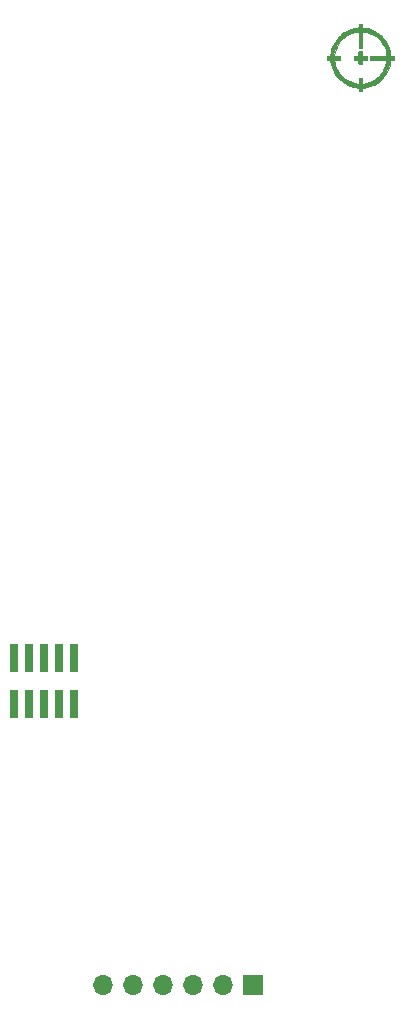
<source format=gbr>
G04 #@! TF.GenerationSoftware,KiCad,Pcbnew,(6.0.1-0)*
G04 #@! TF.CreationDate,2022-10-06T15:49:35-04:00*
G04 #@! TF.ProjectId,mobo,6d6f626f-2e6b-4696-9361-645f70636258,rev?*
G04 #@! TF.SameCoordinates,Original*
G04 #@! TF.FileFunction,Soldermask,Bot*
G04 #@! TF.FilePolarity,Negative*
%FSLAX46Y46*%
G04 Gerber Fmt 4.6, Leading zero omitted, Abs format (unit mm)*
G04 Created by KiCad (PCBNEW (6.0.1-0)) date 2022-10-06 15:49:35*
%MOMM*%
%LPD*%
G01*
G04 APERTURE LIST*
%ADD10C,0.010000*%
%ADD11R,1.700000X1.700000*%
%ADD12O,1.700000X1.700000*%
%ADD13R,0.740000X2.400000*%
G04 APERTURE END LIST*
D10*
X124627561Y-38157805D02*
X124623611Y-38337722D01*
X124623611Y-38337722D02*
X124443695Y-38341671D01*
X124443695Y-38341671D02*
X124263778Y-38345621D01*
X124263778Y-38345621D02*
X124263778Y-38668490D01*
X124263778Y-38668490D02*
X124443695Y-38672439D01*
X124443695Y-38672439D02*
X124623611Y-38676389D01*
X124623611Y-38676389D02*
X124627561Y-38856305D01*
X124627561Y-38856305D02*
X124631510Y-39036222D01*
X124631510Y-39036222D02*
X124954379Y-39036222D01*
X124954379Y-39036222D02*
X124958329Y-38856305D01*
X124958329Y-38856305D02*
X124962278Y-38676389D01*
X124962278Y-38676389D02*
X125142195Y-38672439D01*
X125142195Y-38672439D02*
X125322111Y-38668490D01*
X125322111Y-38668490D02*
X125322111Y-38345621D01*
X125322111Y-38345621D02*
X125142195Y-38341671D01*
X125142195Y-38341671D02*
X124962278Y-38337722D01*
X124962278Y-38337722D02*
X124958329Y-38157805D01*
X124958329Y-38157805D02*
X124954379Y-37977889D01*
X124954379Y-37977889D02*
X124631510Y-37977889D01*
X124631510Y-37977889D02*
X124627561Y-38157805D01*
X124627561Y-38157805D02*
X124627561Y-38157805D01*
G36*
X124958329Y-38157805D02*
G01*
X124962278Y-38337722D01*
X125142195Y-38341671D01*
X125322111Y-38345621D01*
X125322111Y-38668490D01*
X125142195Y-38672439D01*
X124962278Y-38676389D01*
X124958329Y-38856305D01*
X124954379Y-39036222D01*
X124631510Y-39036222D01*
X124627561Y-38856305D01*
X124623611Y-38676389D01*
X124443695Y-38672439D01*
X124263778Y-38668490D01*
X124263778Y-38345621D01*
X124443695Y-38341671D01*
X124623611Y-38337722D01*
X124627561Y-38157805D01*
X124631510Y-37977889D01*
X124954379Y-37977889D01*
X124958329Y-38157805D01*
G37*
X124958329Y-38157805D02*
X124962278Y-38337722D01*
X125142195Y-38341671D01*
X125322111Y-38345621D01*
X125322111Y-38668490D01*
X125142195Y-38672439D01*
X124962278Y-38676389D01*
X124958329Y-38856305D01*
X124954379Y-39036222D01*
X124631510Y-39036222D01*
X124627561Y-38856305D01*
X124623611Y-38676389D01*
X124443695Y-38672439D01*
X124263778Y-38668490D01*
X124263778Y-38345621D01*
X124443695Y-38341671D01*
X124623611Y-38337722D01*
X124627561Y-38157805D01*
X124631510Y-37977889D01*
X124954379Y-37977889D01*
X124958329Y-38157805D01*
X124630667Y-35956102D02*
X124536131Y-35965788D01*
X124536131Y-35965788D02*
X124277040Y-36006461D01*
X124277040Y-36006461D02*
X124021730Y-36075028D01*
X124021730Y-36075028D02*
X123770021Y-36171540D01*
X123770021Y-36171540D02*
X123649945Y-36228050D01*
X123649945Y-36228050D02*
X123507326Y-36303651D01*
X123507326Y-36303651D02*
X123380466Y-36381262D01*
X123380466Y-36381262D02*
X123262187Y-36466129D01*
X123262187Y-36466129D02*
X123145309Y-36563492D01*
X123145309Y-36563492D02*
X123022655Y-36678597D01*
X123022655Y-36678597D02*
X122993446Y-36707557D01*
X122993446Y-36707557D02*
X122873614Y-36832508D01*
X122873614Y-36832508D02*
X122772706Y-36950062D01*
X122772706Y-36950062D02*
X122685478Y-37067398D01*
X122685478Y-37067398D02*
X122606688Y-37191694D01*
X122606688Y-37191694D02*
X122531091Y-37330130D01*
X122531091Y-37330130D02*
X122513939Y-37364055D01*
X122513939Y-37364055D02*
X122403939Y-37614092D01*
X122403939Y-37614092D02*
X122321911Y-37867644D01*
X122321911Y-37867644D02*
X122267801Y-38124891D01*
X122267801Y-38124891D02*
X122251677Y-38250241D01*
X122251677Y-38250241D02*
X122241992Y-38344778D01*
X122241992Y-38344778D02*
X121949556Y-38344778D01*
X121949556Y-38344778D02*
X121949556Y-38669333D01*
X121949556Y-38669333D02*
X122242601Y-38669333D01*
X122242601Y-38669333D02*
X122252465Y-38764583D01*
X122252465Y-38764583D02*
X122292341Y-39021009D01*
X122292341Y-39021009D02*
X122358523Y-39271033D01*
X122358523Y-39271033D02*
X122451764Y-39517208D01*
X122451764Y-39517208D02*
X122513939Y-39650055D01*
X122513939Y-39650055D02*
X122589540Y-39792674D01*
X122589540Y-39792674D02*
X122667152Y-39919534D01*
X122667152Y-39919534D02*
X122752018Y-40037813D01*
X122752018Y-40037813D02*
X122849381Y-40154691D01*
X122849381Y-40154691D02*
X122964486Y-40277345D01*
X122964486Y-40277345D02*
X122993446Y-40306554D01*
X122993446Y-40306554D02*
X123118397Y-40426386D01*
X123118397Y-40426386D02*
X123235951Y-40527294D01*
X123235951Y-40527294D02*
X123353287Y-40614522D01*
X123353287Y-40614522D02*
X123477584Y-40693312D01*
X123477584Y-40693312D02*
X123616020Y-40768909D01*
X123616020Y-40768909D02*
X123649945Y-40786061D01*
X123649945Y-40786061D02*
X123899981Y-40896061D01*
X123899981Y-40896061D02*
X124153534Y-40978089D01*
X124153534Y-40978089D02*
X124410780Y-41032199D01*
X124410780Y-41032199D02*
X124536131Y-41048323D01*
X124536131Y-41048323D02*
X124630667Y-41058008D01*
X124630667Y-41058008D02*
X124630667Y-41350444D01*
X124630667Y-41350444D02*
X124955222Y-41350444D01*
X124955222Y-41350444D02*
X124955222Y-41058008D01*
X124955222Y-41058008D02*
X125049759Y-41048323D01*
X125049759Y-41048323D02*
X125308849Y-41007649D01*
X125308849Y-41007649D02*
X125564160Y-40939083D01*
X125564160Y-40939083D02*
X125815868Y-40842570D01*
X125815868Y-40842570D02*
X125935945Y-40786061D01*
X125935945Y-40786061D02*
X126078563Y-40710460D01*
X126078563Y-40710460D02*
X126205423Y-40632848D01*
X126205423Y-40632848D02*
X126323702Y-40547982D01*
X126323702Y-40547982D02*
X126440580Y-40450619D01*
X126440580Y-40450619D02*
X126563235Y-40335514D01*
X126563235Y-40335514D02*
X126592443Y-40306554D01*
X126592443Y-40306554D02*
X126712275Y-40181603D01*
X126712275Y-40181603D02*
X126813183Y-40064049D01*
X126813183Y-40064049D02*
X126900411Y-39946713D01*
X126900411Y-39946713D02*
X126979202Y-39822416D01*
X126979202Y-39822416D02*
X127054798Y-39683980D01*
X127054798Y-39683980D02*
X127071950Y-39650055D01*
X127071950Y-39650055D02*
X127181950Y-39400019D01*
X127181950Y-39400019D02*
X127263979Y-39146466D01*
X127263979Y-39146466D02*
X127318088Y-38889220D01*
X127318088Y-38889220D02*
X127334212Y-38763869D01*
X127334212Y-38763869D02*
X127343898Y-38669333D01*
X127343898Y-38669333D02*
X127636333Y-38669333D01*
X127636333Y-38669333D02*
X127636333Y-38344778D01*
X127636333Y-38344778D02*
X127343898Y-38344778D01*
X127343898Y-38344778D02*
X127005231Y-38344778D01*
X127005231Y-38344778D02*
X125590222Y-38344778D01*
X125590222Y-38344778D02*
X125590222Y-38669333D01*
X125590222Y-38669333D02*
X127005231Y-38669333D01*
X127005231Y-38669333D02*
X126995524Y-38764583D01*
X126995524Y-38764583D02*
X126959639Y-38984313D01*
X126959639Y-38984313D02*
X126897594Y-39204567D01*
X126897594Y-39204567D02*
X126811111Y-39421475D01*
X126811111Y-39421475D02*
X126701907Y-39631165D01*
X126701907Y-39631165D02*
X126571704Y-39829766D01*
X126571704Y-39829766D02*
X126459801Y-39970858D01*
X126459801Y-39970858D02*
X126306596Y-40128821D01*
X126306596Y-40128821D02*
X126131950Y-40273377D01*
X126131950Y-40273377D02*
X125940543Y-40401804D01*
X125940543Y-40401804D02*
X125737055Y-40511383D01*
X125737055Y-40511383D02*
X125526165Y-40599390D01*
X125526165Y-40599390D02*
X125312554Y-40663106D01*
X125312554Y-40663106D02*
X125243468Y-40678102D01*
X125243468Y-40678102D02*
X125170237Y-40692329D01*
X125170237Y-40692329D02*
X125117880Y-40701925D01*
X125117880Y-40701925D02*
X125079620Y-40707910D01*
X125079620Y-40707910D02*
X125048682Y-40711303D01*
X125048682Y-40711303D02*
X125018287Y-40713125D01*
X125018287Y-40713125D02*
X125008139Y-40713523D01*
X125008139Y-40713523D02*
X124955222Y-40715444D01*
X124955222Y-40715444D02*
X124955222Y-40221555D01*
X124955222Y-40221555D02*
X124630667Y-40221555D01*
X124630667Y-40221555D02*
X124630667Y-40719342D01*
X124630667Y-40719342D02*
X124535417Y-40709635D01*
X124535417Y-40709635D02*
X124316702Y-40673883D01*
X124316702Y-40673883D02*
X124097910Y-40612335D01*
X124097910Y-40612335D02*
X123883091Y-40527114D01*
X123883091Y-40527114D02*
X123676294Y-40420343D01*
X123676294Y-40420343D02*
X123481569Y-40294146D01*
X123481569Y-40294146D02*
X123302967Y-40150645D01*
X123302967Y-40150645D02*
X123144537Y-39991964D01*
X123144537Y-39991964D02*
X123126088Y-39970858D01*
X123126088Y-39970858D02*
X122981078Y-39783270D01*
X122981078Y-39783270D02*
X122855763Y-39581651D01*
X122855763Y-39581651D02*
X122751861Y-39369873D01*
X122751861Y-39369873D02*
X122671093Y-39151808D01*
X122671093Y-39151808D02*
X122615176Y-38931326D01*
X122615176Y-38931326D02*
X122590365Y-38764583D01*
X122590365Y-38764583D02*
X122580658Y-38669333D01*
X122580658Y-38669333D02*
X123078445Y-38669333D01*
X123078445Y-38669333D02*
X123078445Y-38344778D01*
X123078445Y-38344778D02*
X122580658Y-38344778D01*
X122580658Y-38344778D02*
X122590365Y-38249528D01*
X122590365Y-38249528D02*
X122626251Y-38029798D01*
X122626251Y-38029798D02*
X122688295Y-37809544D01*
X122688295Y-37809544D02*
X122774778Y-37592636D01*
X122774778Y-37592636D02*
X122883982Y-37382946D01*
X122883982Y-37382946D02*
X123014186Y-37184345D01*
X123014186Y-37184345D02*
X123126088Y-37043253D01*
X123126088Y-37043253D02*
X123281669Y-36882797D01*
X123281669Y-36882797D02*
X123457937Y-36737253D01*
X123457937Y-36737253D02*
X123650841Y-36608743D01*
X123650841Y-36608743D02*
X123856331Y-36499391D01*
X123856331Y-36499391D02*
X124070357Y-36411319D01*
X124070357Y-36411319D02*
X124288869Y-36346651D01*
X124288869Y-36346651D02*
X124507818Y-36307509D01*
X124507818Y-36307509D02*
X124535417Y-36304476D01*
X124535417Y-36304476D02*
X124630667Y-36294769D01*
X124630667Y-36294769D02*
X124630667Y-37709778D01*
X124630667Y-37709778D02*
X124955222Y-37709778D01*
X124955222Y-37709778D02*
X124955222Y-36294769D01*
X124955222Y-36294769D02*
X125050472Y-36304476D01*
X125050472Y-36304476D02*
X125269187Y-36340228D01*
X125269187Y-36340228D02*
X125487979Y-36401776D01*
X125487979Y-36401776D02*
X125702798Y-36486997D01*
X125702798Y-36486997D02*
X125909595Y-36593767D01*
X125909595Y-36593767D02*
X126104320Y-36719965D01*
X126104320Y-36719965D02*
X126282922Y-36863466D01*
X126282922Y-36863466D02*
X126441352Y-37022147D01*
X126441352Y-37022147D02*
X126459801Y-37043253D01*
X126459801Y-37043253D02*
X126604811Y-37230841D01*
X126604811Y-37230841D02*
X126730126Y-37432460D01*
X126730126Y-37432460D02*
X126834028Y-37644238D01*
X126834028Y-37644238D02*
X126914796Y-37862303D01*
X126914796Y-37862303D02*
X126970713Y-38082784D01*
X126970713Y-38082784D02*
X126995524Y-38249528D01*
X126995524Y-38249528D02*
X127005231Y-38344778D01*
X127005231Y-38344778D02*
X127343898Y-38344778D01*
X127343898Y-38344778D02*
X127334212Y-38250241D01*
X127334212Y-38250241D02*
X127293539Y-37991151D01*
X127293539Y-37991151D02*
X127224972Y-37735840D01*
X127224972Y-37735840D02*
X127128460Y-37484132D01*
X127128460Y-37484132D02*
X127071950Y-37364055D01*
X127071950Y-37364055D02*
X126996349Y-37221437D01*
X126996349Y-37221437D02*
X126918738Y-37094577D01*
X126918738Y-37094577D02*
X126833871Y-36976298D01*
X126833871Y-36976298D02*
X126736508Y-36859420D01*
X126736508Y-36859420D02*
X126621403Y-36736765D01*
X126621403Y-36736765D02*
X126592443Y-36707557D01*
X126592443Y-36707557D02*
X126467492Y-36587725D01*
X126467492Y-36587725D02*
X126349938Y-36486817D01*
X126349938Y-36486817D02*
X126232602Y-36399589D01*
X126232602Y-36399589D02*
X126108306Y-36320798D01*
X126108306Y-36320798D02*
X125969870Y-36245202D01*
X125969870Y-36245202D02*
X125935945Y-36228050D01*
X125935945Y-36228050D02*
X125685908Y-36118050D01*
X125685908Y-36118050D02*
X125432356Y-36036021D01*
X125432356Y-36036021D02*
X125175109Y-35981912D01*
X125175109Y-35981912D02*
X125049759Y-35965788D01*
X125049759Y-35965788D02*
X124955222Y-35956102D01*
X124955222Y-35956102D02*
X124955222Y-35663667D01*
X124955222Y-35663667D02*
X124630667Y-35663667D01*
X124630667Y-35663667D02*
X124630667Y-35956102D01*
X124630667Y-35956102D02*
X124630667Y-35956102D01*
G36*
X127636333Y-38669333D02*
G01*
X127343898Y-38669333D01*
X127334212Y-38763869D01*
X127318088Y-38889220D01*
X127263979Y-39146466D01*
X127181950Y-39400019D01*
X127071950Y-39650055D01*
X127054798Y-39683980D01*
X126979202Y-39822416D01*
X126900411Y-39946713D01*
X126813183Y-40064049D01*
X126712275Y-40181603D01*
X126592443Y-40306554D01*
X126563235Y-40335514D01*
X126440580Y-40450619D01*
X126323702Y-40547982D01*
X126205423Y-40632848D01*
X126078563Y-40710460D01*
X125935945Y-40786061D01*
X125815868Y-40842570D01*
X125564160Y-40939083D01*
X125308849Y-41007649D01*
X125049759Y-41048323D01*
X124955222Y-41058008D01*
X124955222Y-41350444D01*
X124630667Y-41350444D01*
X124630667Y-41058008D01*
X124536131Y-41048323D01*
X124410780Y-41032199D01*
X124153534Y-40978089D01*
X123899981Y-40896061D01*
X123649945Y-40786061D01*
X123616020Y-40768909D01*
X123477584Y-40693312D01*
X123353287Y-40614522D01*
X123235951Y-40527294D01*
X123118397Y-40426386D01*
X122993446Y-40306554D01*
X122964486Y-40277345D01*
X122849381Y-40154691D01*
X122752018Y-40037813D01*
X122667152Y-39919534D01*
X122589540Y-39792674D01*
X122513939Y-39650055D01*
X122451764Y-39517208D01*
X122358523Y-39271033D01*
X122292341Y-39021009D01*
X122252465Y-38764583D01*
X122242601Y-38669333D01*
X122580658Y-38669333D01*
X122590365Y-38764583D01*
X122615176Y-38931326D01*
X122671093Y-39151808D01*
X122751861Y-39369873D01*
X122855763Y-39581651D01*
X122981078Y-39783270D01*
X123126088Y-39970858D01*
X123144537Y-39991964D01*
X123302967Y-40150645D01*
X123481569Y-40294146D01*
X123676294Y-40420343D01*
X123883091Y-40527114D01*
X124097910Y-40612335D01*
X124316702Y-40673883D01*
X124535417Y-40709635D01*
X124630667Y-40719342D01*
X124630667Y-40221555D01*
X124955222Y-40221555D01*
X124955222Y-40715444D01*
X125008139Y-40713523D01*
X125018287Y-40713125D01*
X125048682Y-40711303D01*
X125079620Y-40707910D01*
X125117880Y-40701925D01*
X125170237Y-40692329D01*
X125243468Y-40678102D01*
X125312554Y-40663106D01*
X125526165Y-40599390D01*
X125737055Y-40511383D01*
X125940543Y-40401804D01*
X126131950Y-40273377D01*
X126306596Y-40128821D01*
X126459801Y-39970858D01*
X126571704Y-39829766D01*
X126701907Y-39631165D01*
X126811111Y-39421475D01*
X126897594Y-39204567D01*
X126959639Y-38984313D01*
X126995524Y-38764583D01*
X127005231Y-38669333D01*
X125590222Y-38669333D01*
X125590222Y-38344778D01*
X127005231Y-38344778D01*
X126995524Y-38249528D01*
X126970713Y-38082784D01*
X126914796Y-37862303D01*
X126834028Y-37644238D01*
X126730126Y-37432460D01*
X126604811Y-37230841D01*
X126459801Y-37043253D01*
X126441352Y-37022147D01*
X126282922Y-36863466D01*
X126104320Y-36719965D01*
X125909595Y-36593767D01*
X125702798Y-36486997D01*
X125487979Y-36401776D01*
X125269187Y-36340228D01*
X125050472Y-36304476D01*
X124955222Y-36294769D01*
X124955222Y-37709778D01*
X124630667Y-37709778D01*
X124630667Y-36294769D01*
X124535417Y-36304476D01*
X124507818Y-36307509D01*
X124288869Y-36346651D01*
X124070357Y-36411319D01*
X123856331Y-36499391D01*
X123650841Y-36608743D01*
X123457937Y-36737253D01*
X123281669Y-36882797D01*
X123126088Y-37043253D01*
X123014186Y-37184345D01*
X122883982Y-37382946D01*
X122774778Y-37592636D01*
X122688295Y-37809544D01*
X122626251Y-38029798D01*
X122590365Y-38249528D01*
X122580658Y-38344778D01*
X123078445Y-38344778D01*
X123078445Y-38669333D01*
X122580658Y-38669333D01*
X122242601Y-38669333D01*
X121949556Y-38669333D01*
X121949556Y-38344778D01*
X122241992Y-38344778D01*
X122251677Y-38250241D01*
X122267801Y-38124891D01*
X122321911Y-37867644D01*
X122403939Y-37614092D01*
X122513939Y-37364055D01*
X122531091Y-37330130D01*
X122606688Y-37191694D01*
X122685478Y-37067398D01*
X122772706Y-36950062D01*
X122873614Y-36832508D01*
X122993446Y-36707557D01*
X123022655Y-36678597D01*
X123145309Y-36563492D01*
X123262187Y-36466129D01*
X123380466Y-36381262D01*
X123507326Y-36303651D01*
X123649945Y-36228050D01*
X123770021Y-36171540D01*
X124021730Y-36075028D01*
X124277040Y-36006461D01*
X124536131Y-35965788D01*
X124630667Y-35956102D01*
X124630667Y-35663667D01*
X124955222Y-35663667D01*
X124955222Y-35956102D01*
X125049759Y-35965788D01*
X125175109Y-35981912D01*
X125432356Y-36036021D01*
X125685908Y-36118050D01*
X125935945Y-36228050D01*
X125969870Y-36245202D01*
X126108306Y-36320798D01*
X126232602Y-36399589D01*
X126349938Y-36486817D01*
X126467492Y-36587725D01*
X126592443Y-36707557D01*
X126621403Y-36736765D01*
X126736508Y-36859420D01*
X126833871Y-36976298D01*
X126918738Y-37094577D01*
X126996349Y-37221437D01*
X127071950Y-37364055D01*
X127128460Y-37484132D01*
X127224972Y-37735840D01*
X127293539Y-37991151D01*
X127334212Y-38250241D01*
X127343898Y-38344778D01*
X127636333Y-38344778D01*
X127636333Y-38669333D01*
G37*
X127636333Y-38669333D02*
X127343898Y-38669333D01*
X127334212Y-38763869D01*
X127318088Y-38889220D01*
X127263979Y-39146466D01*
X127181950Y-39400019D01*
X127071950Y-39650055D01*
X127054798Y-39683980D01*
X126979202Y-39822416D01*
X126900411Y-39946713D01*
X126813183Y-40064049D01*
X126712275Y-40181603D01*
X126592443Y-40306554D01*
X126563235Y-40335514D01*
X126440580Y-40450619D01*
X126323702Y-40547982D01*
X126205423Y-40632848D01*
X126078563Y-40710460D01*
X125935945Y-40786061D01*
X125815868Y-40842570D01*
X125564160Y-40939083D01*
X125308849Y-41007649D01*
X125049759Y-41048323D01*
X124955222Y-41058008D01*
X124955222Y-41350444D01*
X124630667Y-41350444D01*
X124630667Y-41058008D01*
X124536131Y-41048323D01*
X124410780Y-41032199D01*
X124153534Y-40978089D01*
X123899981Y-40896061D01*
X123649945Y-40786061D01*
X123616020Y-40768909D01*
X123477584Y-40693312D01*
X123353287Y-40614522D01*
X123235951Y-40527294D01*
X123118397Y-40426386D01*
X122993446Y-40306554D01*
X122964486Y-40277345D01*
X122849381Y-40154691D01*
X122752018Y-40037813D01*
X122667152Y-39919534D01*
X122589540Y-39792674D01*
X122513939Y-39650055D01*
X122451764Y-39517208D01*
X122358523Y-39271033D01*
X122292341Y-39021009D01*
X122252465Y-38764583D01*
X122242601Y-38669333D01*
X122580658Y-38669333D01*
X122590365Y-38764583D01*
X122615176Y-38931326D01*
X122671093Y-39151808D01*
X122751861Y-39369873D01*
X122855763Y-39581651D01*
X122981078Y-39783270D01*
X123126088Y-39970858D01*
X123144537Y-39991964D01*
X123302967Y-40150645D01*
X123481569Y-40294146D01*
X123676294Y-40420343D01*
X123883091Y-40527114D01*
X124097910Y-40612335D01*
X124316702Y-40673883D01*
X124535417Y-40709635D01*
X124630667Y-40719342D01*
X124630667Y-40221555D01*
X124955222Y-40221555D01*
X124955222Y-40715444D01*
X125008139Y-40713523D01*
X125018287Y-40713125D01*
X125048682Y-40711303D01*
X125079620Y-40707910D01*
X125117880Y-40701925D01*
X125170237Y-40692329D01*
X125243468Y-40678102D01*
X125312554Y-40663106D01*
X125526165Y-40599390D01*
X125737055Y-40511383D01*
X125940543Y-40401804D01*
X126131950Y-40273377D01*
X126306596Y-40128821D01*
X126459801Y-39970858D01*
X126571704Y-39829766D01*
X126701907Y-39631165D01*
X126811111Y-39421475D01*
X126897594Y-39204567D01*
X126959639Y-38984313D01*
X126995524Y-38764583D01*
X127005231Y-38669333D01*
X125590222Y-38669333D01*
X125590222Y-38344778D01*
X127005231Y-38344778D01*
X126995524Y-38249528D01*
X126970713Y-38082784D01*
X126914796Y-37862303D01*
X126834028Y-37644238D01*
X126730126Y-37432460D01*
X126604811Y-37230841D01*
X126459801Y-37043253D01*
X126441352Y-37022147D01*
X126282922Y-36863466D01*
X126104320Y-36719965D01*
X125909595Y-36593767D01*
X125702798Y-36486997D01*
X125487979Y-36401776D01*
X125269187Y-36340228D01*
X125050472Y-36304476D01*
X124955222Y-36294769D01*
X124955222Y-37709778D01*
X124630667Y-37709778D01*
X124630667Y-36294769D01*
X124535417Y-36304476D01*
X124507818Y-36307509D01*
X124288869Y-36346651D01*
X124070357Y-36411319D01*
X123856331Y-36499391D01*
X123650841Y-36608743D01*
X123457937Y-36737253D01*
X123281669Y-36882797D01*
X123126088Y-37043253D01*
X123014186Y-37184345D01*
X122883982Y-37382946D01*
X122774778Y-37592636D01*
X122688295Y-37809544D01*
X122626251Y-38029798D01*
X122590365Y-38249528D01*
X122580658Y-38344778D01*
X123078445Y-38344778D01*
X123078445Y-38669333D01*
X122580658Y-38669333D01*
X122242601Y-38669333D01*
X121949556Y-38669333D01*
X121949556Y-38344778D01*
X122241992Y-38344778D01*
X122251677Y-38250241D01*
X122267801Y-38124891D01*
X122321911Y-37867644D01*
X122403939Y-37614092D01*
X122513939Y-37364055D01*
X122531091Y-37330130D01*
X122606688Y-37191694D01*
X122685478Y-37067398D01*
X122772706Y-36950062D01*
X122873614Y-36832508D01*
X122993446Y-36707557D01*
X123022655Y-36678597D01*
X123145309Y-36563492D01*
X123262187Y-36466129D01*
X123380466Y-36381262D01*
X123507326Y-36303651D01*
X123649945Y-36228050D01*
X123770021Y-36171540D01*
X124021730Y-36075028D01*
X124277040Y-36006461D01*
X124536131Y-35965788D01*
X124630667Y-35956102D01*
X124630667Y-35663667D01*
X124955222Y-35663667D01*
X124955222Y-35956102D01*
X125049759Y-35965788D01*
X125175109Y-35981912D01*
X125432356Y-36036021D01*
X125685908Y-36118050D01*
X125935945Y-36228050D01*
X125969870Y-36245202D01*
X126108306Y-36320798D01*
X126232602Y-36399589D01*
X126349938Y-36486817D01*
X126467492Y-36587725D01*
X126592443Y-36707557D01*
X126621403Y-36736765D01*
X126736508Y-36859420D01*
X126833871Y-36976298D01*
X126918738Y-37094577D01*
X126996349Y-37221437D01*
X127071950Y-37364055D01*
X127128460Y-37484132D01*
X127224972Y-37735840D01*
X127293539Y-37991151D01*
X127334212Y-38250241D01*
X127343898Y-38344778D01*
X127636333Y-38344778D01*
X127636333Y-38669333D01*
D11*
X115700000Y-117000000D03*
D12*
X113160000Y-117000000D03*
X110620000Y-117000000D03*
X108080000Y-117000000D03*
X105540000Y-117000000D03*
X103000000Y-117000000D03*
D13*
X95460000Y-89350000D03*
X95460000Y-93250000D03*
X96730000Y-89350000D03*
X96730000Y-93250000D03*
X98000000Y-89350000D03*
X98000000Y-93250000D03*
X99270000Y-89350000D03*
X99270000Y-93250000D03*
X100540000Y-89350000D03*
X100540000Y-93250000D03*
M02*

</source>
